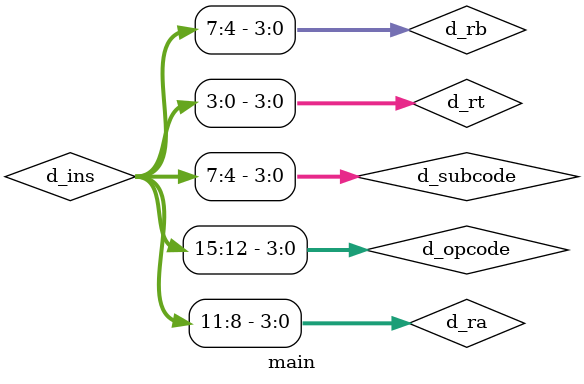
<source format=v>
`timescale 1ps/1ps

module main();

    initial begin
        $dumpfile("cpu.vcd");
        $dumpvars(0,main);
    end

    // clock
    wire clk;
    clock c0(clk);

    //counter integrated with halt
    reg halt = 0;
    counter ctr(halt,clk);

    //register file - 1 clock latency
    wire [3:0]regRAddr0;
    wire [15:0]regData0;
    wire [3:0]regRAddr1;
    wire [15:0]regData1;
    wire regWEn;
    wire [3:0]regWAddr;
    wire [15:0]regWData;
    regs regs(clk,
        regRAddr0, regData0,
        regRAddr1, regData1,
        regWEn, regWAddr, regWData);

    //memory module - 2 clock latency reads
    wire [15:0]memRAddr0;
    wire [15:0]memData0;
    wire [15:0]memRAddr1;
    wire [15:0]memData1;
    wire memWEn;
    wire [15:0]memWAddr;
    wire [15:0]memWData;
    mem mem(clk,
         memRAddr0[15:1], memData0,
         memRAddr1[15:1], memData1,
         memWEn, memWAddr[15:1], memWData);
    reg [15:0]memData1Cache; //used for misaligned memory operations
    always @(posedge clk) begin
        memData1Cache <= memData1;
    end

    //target predictor
    wire [15:0]predictorLastPC;
    wire [15:0]predictedNextPC;
    wire predictorWEn;
    wire [15:0]trueTag;
    wire [15:0]trueData;
    predictor predictor(clk,
        predictorLastPC, predictedNextPC,
        predictorWEn, trueTag, trueData);

    //control signals and structures
    //control precedence: halt > flush > stall
    wire haltSig;
    wire flush;
    reg uninit = 1; //initialize flag for fetch & setting r0
    always @(posedge clk) begin
        if(uninit) uninit <= 0; //initialization done after first clock
    end

    /*
    *   FETCH (f) STAGE
    *   Provides PC to memory to fetch an instruction from
    *   This stage is always valid
    */
    reg f_valid = 0;
    wire f_stall = d_valid && d_stall;
    //instructions will come from memData0
    assign memRAddr0 = uninit ? 0 : flush ? w_nextPC : f_stall ? f_pc : predictedNextPC;
    reg [15:0]f_pc = 0; //PC currently in MAR
    assign predictorLastPC = f_pc;
    always @(posedge clk) begin
        f_valid <= 1;
        f_pc <= memRAddr0;
    end

    /*
    *   DECODE (d) STAGE
    *   Determine which registers are necessary to read from
    *   Determine the type of the instruction
    */
    reg d_valid = 0;
    wire d_stall = x_valid && x_stall;
    reg [15:0]d_pc;
    reg [15:0]d_lastIns; //need to save for cycles after stall since memory output is false
    reg d_stallCycle = 0; //true if received stall signal in last cycle
    wire [15:0]d_ins = d_stallCycle ? d_lastIns : memData0;

    //decode instruction type for future stages
    wire [3:0]d_opcode = d_ins[15:12];
    wire [3:0]d_subcode = d_ins[7:4];

    wire d_isSub = d_opcode == 4'b0000;
    wire d_isMovl = d_opcode == 4'b1000;
    wire d_isMovh = d_opcode == 4'b1001;
    wire d_isJmp = d_opcode == 4'b1110;
    wire d_isMem = d_opcode == 4'b1111;

    wire d_isJz = d_isJmp && d_subcode == 0;
    wire d_isJnz = d_isJmp && d_subcode == 1;
    wire d_isJs = d_isJmp && d_subcode == 2;
    wire d_isJns = d_isJmp && d_subcode == 3;

    wire d_isLd = d_isMem && d_subcode == 0;
    wire d_isSt = d_isMem && d_subcode == 1;
    
    //prep reg reading for execute
    wire [3:0]d_ra = d_ins[11:8];
    wire [3:0]d_rb = d_ins[7:4];
    wire [3:0]d_rt = d_ins[3:0];
    wire [3:0]d_rx; //rx: the second register whose val is needed based on instruction
    assign d_rx = (d_isSub) ? d_rb : d_rt; //only sub needs rbVal

    //ensure old registers are still pushed for reading if d will stall
    assign regRAddr0 = d_stall ? x_ra : d_ra;
    assign regRAddr1 = d_stall? x_rx : d_rx;

    always @(posedge clk) begin
        d_valid <= flush ? 0 : d_stall ? d_valid : f_valid;
        d_pc <= d_stall ? d_pc : f_pc;
        d_lastIns <= d_stallCycle ? d_lastIns : memData0;
        d_stallCycle <= d_stall;
    end

    /*
    *   EXECUTE (x) STAGE
    *   Calculate new register values if any and whether to jump
    */
    reg x_valid = 0;
    wire x_stuck = (x_isLd || (x_isSt && x_misaligned)) && x_stallCycle != 1;
    reg [1:0]x_stallCycle = 0; //0 = not stall cycle, 1 = final stall cycle, 2 = 2nd last
    wire x_stall = (w_valid && w_stall) || (x_valid && x_stuck);
    reg [15:0]x_pc;
    reg [15:0]x_ins;

    //handled by previous decode stage
    reg x_isSub;
    reg x_isMovl;
    reg x_isMovh;
    reg x_isJmp;
    reg x_isMem;

    reg x_isJz;
    reg x_isJnz;
    reg x_isJs;
    reg x_isJns;

    reg x_isLd;
    reg x_isSt;

    //necessary for checking for RAW data hazard
    wire [3:0]x_ra = x_ins[11:8];
    wire [3:0]x_rb = x_ins[7:4];
    wire [3:0]x_rt = x_ins[3:0];
    wire [3:0]x_rx = x_isSub ? x_rb : x_rt;

    //take reg values quieried by decode, but guard against RAW data hazard
    wire [15:0]x_raVal = (regWAddr == x_ra && regWEn) ? regWData : regData0;
    wire [15:0]x_rxVal = (regWAddr == x_rx && regWEn) ? regWData : regData1;

    //handle sub
    wire [15:0] x_subResult = x_raVal - x_rxVal; //equivalent to ra-rb

    //handle movl and movh
    wire [7:0]x_ival = x_ins[11:4]; //immediate value
    wire [15:0]x_movlResult;
    assign x_movlResult[7:0] = x_ival;
    assign x_movlResult[15:8] = {8{x_movlResult[7]}}; //sign extension
    wire [15:0]x_movhResult;
    assign x_movhResult[15:8] = x_ival;
    assign x_movhResult[7:0] = x_rxVal[7:0]; //rxVal will be rtVal

    //handle jumps
    wire x_doJmp = x_isJz ? (x_raVal == 16'h0) :
                    x_isJnz ? (x_raVal != 16'h0) : 
                    x_isJs ? (x_raVal[15] == 1) :
                    x_isJns ? (x_raVal[15] != 1) : 0;
    
    //reading non-pc memory uses raVal for addressing
    //aligned ld requires 1 word read and aligned st requires none
    //misaligned ld & st require the same 2 word reads
    wire x_misaligned = x_raVal[0];
    assign memRAddr1 = x_stallCycle == 2 ? x_raVal + 1 : x_raVal;

    //x_usedVal chooses the useful value sent to writeback
    //either the new value of a register or a jump location
    //Important convention: sends raVal for st instructions, which need 2 register values
    wire [15:0]x_usedVal = x_isSub ? x_subResult :
                            x_isMovl ? x_movlResult :
                            x_isMovh ? x_movhResult :
                            x_isJmp ? x_rxVal : //rxVal will be rtVal, jmp location
                            x_isMem ? x_raVal : 0;

    always @(posedge clk) begin
        x_valid <= flush ? 0 : x_stall ? x_valid : d_valid;
        x_pc <= x_stall ? x_pc : d_pc;
        x_ins <= x_stall ? x_ins : d_ins;

        //x_stallCycle simultaneously assigns the number of stall cycles & whether in one
        if(x_stallCycle == 0 && x_stall) x_stallCycle <= x_misaligned ? 2 : 1;
        else if (x_stallCycle != 0) x_stallCycle <= x_stallCycle - 1;

        x_isSub <= x_stall ? x_isSub : d_isSub;
        x_isMovl <= x_stall ? x_isMovl : d_isMovl;
        x_isMovh <= x_stall ? x_isMovh : d_isMovh;
        x_isJmp <= x_stall ? x_isJmp : d_isJmp;
        x_isMem <= x_stall ? x_isMem : d_isMem;

        x_isJz <= x_stall ? x_isJz : d_isJz;
        x_isJnz <= x_stall ? x_isJnz : d_isJnz;
        x_isJs <= x_stall ? x_isJs : d_isJs;
        x_isJns <= x_stall ? x_isJns : d_isJns;

        x_isLd <= x_stall ? x_isLd : d_isLd;
        x_isSt <= x_stall ? x_isSt : d_isSt;
    end

    /*
    *   WRITEBACK (w) STAGE
    *   Halts if ins was invalid and writes to registers and memory
    *   Connects execute results back to next_pc
    */
    reg w_valid = 0;
    wire w_stall = w_valid && w_isSt && w_misaligned && !w_stallCycle;
    reg w_stallCycle = 0;
    reg [15:0]w_pc;
    reg [15:0]w_ins;
    reg [15:0]w_usedVal; //used by all instructions
    reg [15:0]w_rtValForSt; //needed exclusively by st which needs 2 register values
    reg w_doJmp;

    //handled by previous decode stage
    reg w_isSub;
    reg w_isMovl;
    reg w_isMovh;
    reg w_isJmp;
    reg w_isMem;

    reg w_isJz;
    reg w_isJnz;
    reg w_isJs;
    reg w_isJns;

    reg w_isSt;
    reg w_isLd;

    //determine instruction validity
    wire w_validOpcode = (w_isSub || w_isMovl || w_isMovh || w_isJmp || w_isMem);
    wire w_validSubcode = !(w_isJmp || w_isMem) ? 1 :
                    w_isJmp ? (w_isJz || w_isJnz || w_isJs || w_isJns) :
                    w_isMem ? (w_isLd || w_isSt) : 0;
    wire w_validIns = w_validOpcode && w_validSubcode;

    wire [3:0]w_rt = w_ins[3:0];

    //handle pipeline control signals & communicate w/ fetch
    assign haltSig = !w_validIns; //halt when invalid instruction reaches end of pipeline
    wire [15:0]w_nextPC = w_doJmp ? w_usedVal : w_pc + 16'h2;
    //must flush if instruction behind in the pipeline is modified by store or jumped over
    //instruction modification can happen either via aligned (a) or misaligned (m) st
    wire w_aInsMod = w_isSt ? (w_usedVal == x_pc || w_usedVal == d_pc || w_usedVal == f_pc) : 0;
    wire w_mInsMod = (w_isSt && w_misaligned) ? 
                (w_usedVal-1 == x_pc || w_usedVal+1 == x_pc) ||
                (w_usedVal-1 == d_pc || w_usedVal+1 == d_pc) ||
                (w_usedVal-1 == f_pc || w_usedVal+1 == f_pc) : 0;
    assign flush = w_valid && (w_nextPC != x_pc || w_aInsMod || w_mInsMod && w_stallCycle);
    
    wire w_misaligned = w_isMem && w_usedVal[0]; //usedVal is raVal for mem ops
    //handle writing to registers
    assign regWAddr = uninit ? 0 : w_rt;
    //misalignment determines whether ldResult is contiguous or not
    wire [15:0]ldResult = w_misaligned ? {memData1Cache[7:0], memData1[15:8]} : memData1;
    assign regWData = uninit ? 0 : w_isLd ? ldResult : w_usedVal;
    wire shouldWriteReg = w_isSub || w_isMovl || w_isMovh || w_isLd;
    assign regWEn = uninit ? 1 : (w_valid && w_validIns && shouldWriteReg && w_rt != 0);

    //handle writing to memory
    //for misaligned writes, stallCycle writes lower order bits
    assign memWAddr = w_stallCycle ? w_usedVal + 1 : w_usedVal; //usedVal = raVal
    wire [15:0]misalignedStData = w_stallCycle ? {w_rtValForSt[7:0], memData1Cache[7:0]} :
                                            {memData1Cache[15:8], w_rtValForSt[15:8]};
    assign memWData = w_misaligned ? misalignedStData : w_rtValForSt;
    assign memWEn = w_valid && w_isSt; 

    //handle updating predictor
    assign predictorWEn = w_valid && w_isJmp;
    assign trueTag = w_pc;
    assign trueData = w_nextPC;

    always @(posedge clk) begin
        //halt if necessary, handle write to r0
        //ONLY occurs if this stage is in a valid state
        if(w_valid) begin
            if(haltSig) halt <= 1;
            //output for writes to r0, prevents double output on stall cycles
            if(!haltSig && w_rt == 0 && shouldWriteReg) begin
                $write("%c", w_isLd ? ldResult : w_usedVal);
            end
        end

        //prep for next writeback stage
        w_valid <= flush ? 0 : w_stall ? w_valid : (x_valid && !x_stuck);
        w_stallCycle <= w_stall;
        w_pc <= w_stall ? w_pc : x_pc;
        w_ins <= w_stall ? w_ins : x_ins;
        w_usedVal <= w_stall ? w_usedVal : x_usedVal;
        w_rtValForSt <= w_stall ? w_rtValForSt : x_rxVal; //x_rxVal = rtVal for st instruction
        w_doJmp <= w_stall ? w_doJmp : x_doJmp;

        w_isSub <= w_stall ? w_isSub : x_isSub;
        w_isMovl <= w_stall ? w_isMovl : x_isMovl;
        w_isMovh <= w_stall ? w_isMovh : x_isMovh;
        w_isJmp <= w_stall ? w_isJmp : x_isJmp;
        w_isMem <= w_stall ? w_isMem : x_isMem;

        w_isLd <= w_stall ? w_isLd : x_isLd;
        w_isSt <= w_stall ? w_isSt : x_isSt;

        w_isJz <= w_stall ? w_isJz : x_isJz;
        w_isJnz <= w_stall ? w_isJnz : x_isJnz;
        w_isJs <= w_stall ? w_isJs : x_isJs;
        w_isJns <= w_stall ? w_isJns : x_isJns;
    end


endmodule

</source>
